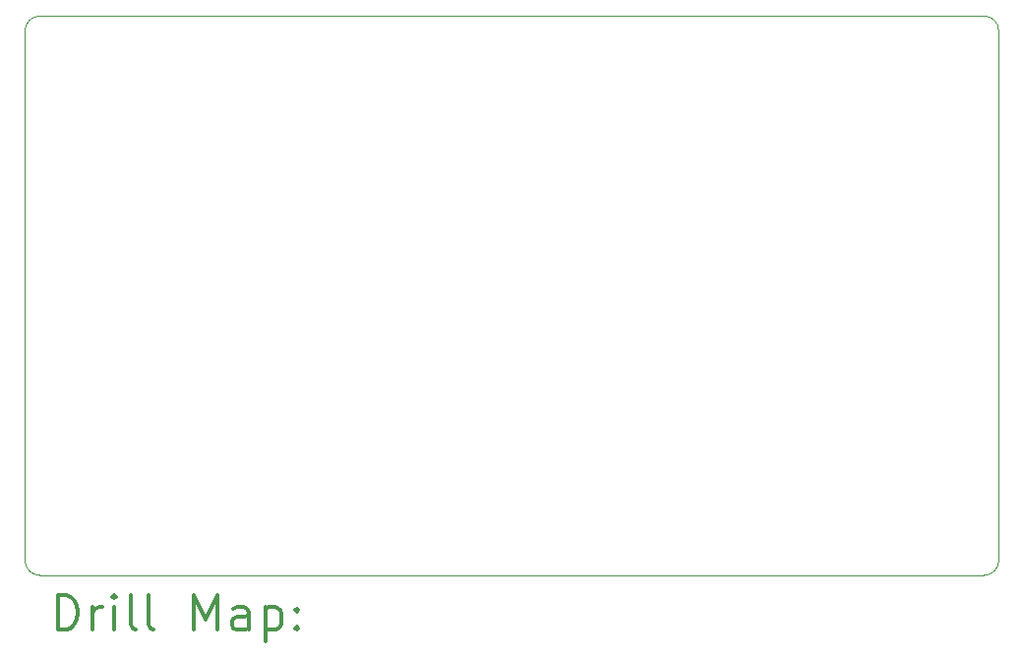
<source format=gbr>
%FSLAX45Y45*%
G04 Gerber Fmt 4.5, Leading zero omitted, Abs format (unit mm)*
G04 Created by KiCad (PCBNEW (5.0.0-rc3-dev)) date 2019 February 11, Monday 22:13:37*
%MOMM*%
%LPD*%
G01*
G04 APERTURE LIST*
%ADD10C,0.100000*%
%ADD11C,0.200000*%
%ADD12C,0.300000*%
G04 APERTURE END LIST*
D10*
X10541000Y-13500100D02*
X10541000Y-8940800D01*
X18923000Y-13500100D02*
X18923000Y-8940800D01*
X18796000Y-13627100D02*
X10668000Y-13627100D01*
X10668000Y-8813800D02*
X18796000Y-8813800D01*
X10668000Y-8813800D02*
G75*
G03X10541000Y-8940800I0J-127000D01*
G01*
X10541000Y-13500100D02*
G75*
G03X10668000Y-13627100I127000J0D01*
G01*
X18923000Y-8940800D02*
G75*
G03X18796000Y-8813800I-127000J0D01*
G01*
X18796000Y-13627100D02*
G75*
G03X18923000Y-13500100I0J127000D01*
G01*
D11*
D12*
X10822428Y-14097814D02*
X10822428Y-13797814D01*
X10893857Y-13797814D01*
X10936714Y-13812100D01*
X10965286Y-13840671D01*
X10979571Y-13869243D01*
X10993857Y-13926386D01*
X10993857Y-13969243D01*
X10979571Y-14026386D01*
X10965286Y-14054957D01*
X10936714Y-14083529D01*
X10893857Y-14097814D01*
X10822428Y-14097814D01*
X11122428Y-14097814D02*
X11122428Y-13897814D01*
X11122428Y-13954957D02*
X11136714Y-13926386D01*
X11151000Y-13912100D01*
X11179571Y-13897814D01*
X11208143Y-13897814D01*
X11308143Y-14097814D02*
X11308143Y-13897814D01*
X11308143Y-13797814D02*
X11293857Y-13812100D01*
X11308143Y-13826386D01*
X11322428Y-13812100D01*
X11308143Y-13797814D01*
X11308143Y-13826386D01*
X11493857Y-14097814D02*
X11465286Y-14083529D01*
X11451000Y-14054957D01*
X11451000Y-13797814D01*
X11651000Y-14097814D02*
X11622428Y-14083529D01*
X11608143Y-14054957D01*
X11608143Y-13797814D01*
X11993857Y-14097814D02*
X11993857Y-13797814D01*
X12093857Y-14012100D01*
X12193857Y-13797814D01*
X12193857Y-14097814D01*
X12465286Y-14097814D02*
X12465286Y-13940671D01*
X12451000Y-13912100D01*
X12422428Y-13897814D01*
X12365286Y-13897814D01*
X12336714Y-13912100D01*
X12465286Y-14083529D02*
X12436714Y-14097814D01*
X12365286Y-14097814D01*
X12336714Y-14083529D01*
X12322428Y-14054957D01*
X12322428Y-14026386D01*
X12336714Y-13997814D01*
X12365286Y-13983529D01*
X12436714Y-13983529D01*
X12465286Y-13969243D01*
X12608143Y-13897814D02*
X12608143Y-14197814D01*
X12608143Y-13912100D02*
X12636714Y-13897814D01*
X12693857Y-13897814D01*
X12722428Y-13912100D01*
X12736714Y-13926386D01*
X12751000Y-13954957D01*
X12751000Y-14040671D01*
X12736714Y-14069243D01*
X12722428Y-14083529D01*
X12693857Y-14097814D01*
X12636714Y-14097814D01*
X12608143Y-14083529D01*
X12879571Y-14069243D02*
X12893857Y-14083529D01*
X12879571Y-14097814D01*
X12865286Y-14083529D01*
X12879571Y-14069243D01*
X12879571Y-14097814D01*
X12879571Y-13912100D02*
X12893857Y-13926386D01*
X12879571Y-13940671D01*
X12865286Y-13926386D01*
X12879571Y-13912100D01*
X12879571Y-13940671D01*
M02*

</source>
